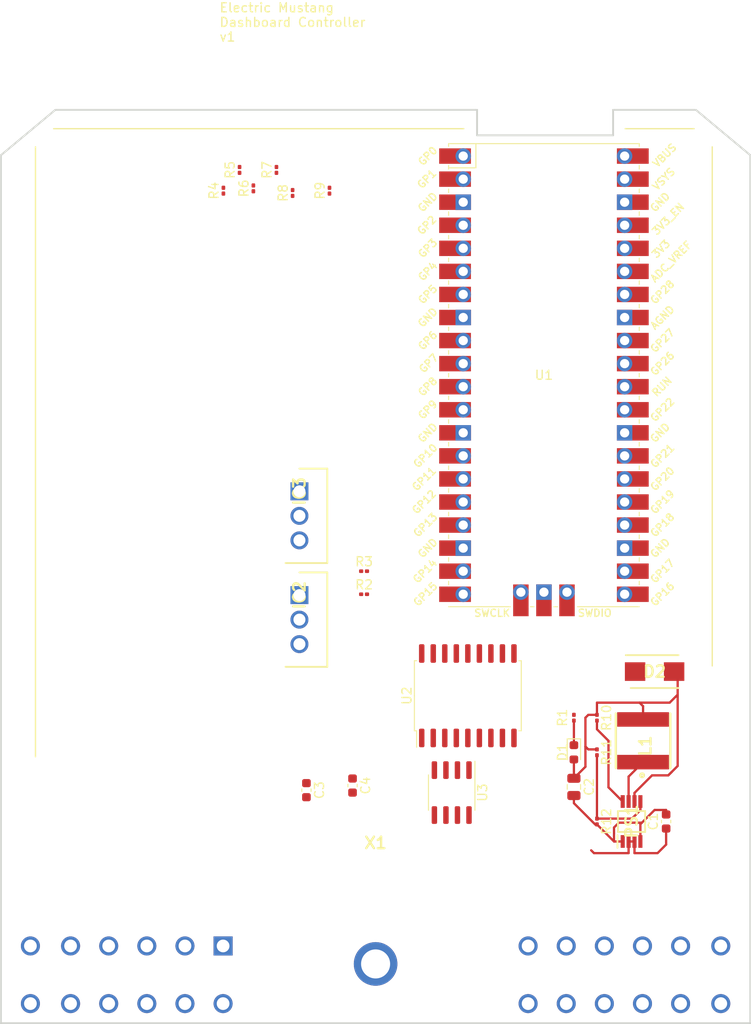
<source format=kicad_pcb>
(kicad_pcb (version 20211014) (generator pcbnew)
  (layers (0 "F.Cu" signal) (31 "B.Cu" signal) (34 "B.Paste" user) (35 "F.Paste" user) (36 "B.SilkS" user "B.Silkscreen") (37 "F.SilkS" user "F.Silkscreen") (38 "B.Mask" user) (39 "F.Mask" user) (44 "Edge.Cuts" user))
  (net 0 "")
  (net 1 "5V")
  (net 2 "GND")
  (net 3 "Net-(D1-Pad1)")
  (net 4 "Net-(D2-Pad1)")
  (net 9 "PWM9")
  (net 10 "PWM8")
  (net 11 "PWM7")
  (net 12 "PWM6")
  (net 14 "PWM3")
  (net 15 "PWM2")
  (net 16 "PWM5")
  (net 17 "PWM4")
  (net 18 "12V")
  (net 21 "Net-(IC2-Pad1)")
  (net 22 "FUEL_GAUGE")
  (net 23 "Net-(IC3-Pad1)")
  (net 24 "TEMP_GAUGE")
  (net 25 "STATUS_A_R")
  (net 26 "STATUS_A_G")
  (net 27 "STATUS_A_B")
  (net 28 "STATUS_B_R")
  (net 29 "STATUS_B_G")
  (net 30 "STATUS_B_B")
  (net 32 "Net-(PS1-Pad5)")
  (net 33 "Net-(L1-Pad1)")
  (net 34 "Net-(PS1-Pad8)")
  (net 39 "SPI1_CS")
  (net 40 "SPI1_RX")
  (net 41 "SPI1_TX")
  (net 42 "SPI1_CLK")
  (net 45 "SPI0_CS")
  (net 46 "SPI0_RX")
  (net 47 "SPI0_TX")
  (net 48 "SPI0_CLK")
  (net 51 "CAN_L")
  (net 52 "CAN_H")
  (net 53 "8MHz")
  (net 54 "3V")
  (net 64 "CAN_RX")
  (net 65 "CAN_TX")
  (footprint "Package_TO_SOT_THT:TO270P460X1020X2008-3P" (layer "F.Cu") (at 135.628 100.424 -90)
    (fp_text reference "IC2" (at 0 0 90) (layer "F.SilkS") (effects (font (size 1.27 1.27) (thickness 0.254))))
    (fp_text value "TIP102" hide)
    (fp_line (start -2.5 -3.07) (end -2.5 0) (layer "F.SilkS") (width 0.2))
    (fp_line (start 7.9 -3.07) (end -2.5 -3.07) (layer "F.SilkS") (width 0.2))
    (fp_line (start 7.9 1.53) (end 7.9 -3.07) (layer "F.SilkS") (width 0.2))
    (pad "1" thru_hole rect locked (at 0 0 270) (size 1.98 1.98) (drill 1.32) (layers *.Cu *.Mask) (net 21 "Net-(IC2-Pad1)"))
    (pad "2" thru_hole circle locked (at 2.7 0 270) (size 1.98 1.98) (drill 1.32) (layers *.Cu *.Mask) (net 22 "FUEL_GAUGE"))
    (pad "3" thru_hole circle locked (at 5.4 0 270) (size 1.98 1.98) (drill 1.32) (layers *.Cu *.Mask) (net 2 "GND"))
  )
  (footprint "Resistor_SMD:R_0201_0603Metric" (layer "F.Cu") (at 142.748 100.33)
    (fp_text reference "R2" (at 0 -1.05) (layer "F.SilkS"))
    (fp_text value "2k2")
    (pad "1" smd roundrect locked (at -0.32 0) (size 0.46 0.4) (layers "F.Cu" "F.Mask") (net 21 "Net-(IC2-Pad1)"))
    (pad "2" smd roundrect locked (at 0.32 0) (size 0.46 0.4) (layers "F.Cu" "F.Mask") (net 15 "PWM2"))
  )
  (footprint "Package_TO_SOT_THT:TO270P460X1020X2008-3P" (layer "F.Cu") (at 135.628 88.994 -90)
    (fp_text reference "IC3" (at 0 0 90) (layer "F.SilkS") (effects (font (size 1.27 1.27) (thickness 0.254))))
    (fp_text value "TIP102" hide)
    (fp_line (start -2.5 -3.07) (end -2.5 0) (layer "F.SilkS") (width 0.2))
    (fp_line (start 7.9 1.53) (end 7.9 -3.07) (layer "F.SilkS") (width 0.2))
    (fp_line (start 7.9 -3.07) (end -2.5 -3.07) (layer "F.SilkS") (width 0.2))
    (pad "1" thru_hole rect locked (at 0 0 270) (size 1.98 1.98) (drill 1.32) (layers *.Cu *.Mask) (net 23 "Net-(IC3-Pad1)"))
    (pad "2" thru_hole circle locked (at 2.7 0 270) (size 1.98 1.98) (drill 1.32) (layers *.Cu *.Mask) (net 24 "TEMP_GAUGE"))
    (pad "3" thru_hole circle locked (at 5.4 0 270) (size 1.98 1.98) (drill 1.32) (layers *.Cu *.Mask) (net 2 "GND"))
  )
  (footprint "Resistor_SMD:R_0201_0603Metric" (layer "F.Cu") (at 142.748 97.79)
    (fp_text reference "R3" (at 0 -1.05) (layer "F.SilkS"))
    (fp_text value "2k2")
    (pad "1" smd roundrect locked (at -0.32 0) (size 0.46 0.4) (layers "F.Cu" "F.Mask") (net 23 "Net-(IC3-Pad1)"))
    (pad "2" smd roundrect locked (at 0.32 0) (size 0.46 0.4) (layers "F.Cu" "F.Mask") (net 14 "PWM3"))
  )
  (footprint "Resistor_SMD:R_0201_0603Metric" (layer "F.Cu") (at 127.254 55.88 90)
    (fp_text reference "R4" (at 0 -1.05 90) (layer "F.SilkS"))
    (fp_text value "220")
    (pad "1" smd roundrect locked (at -0.32 0 90) (size 0.46 0.4) (layers "F.Cu" "F.Mask") (net 25 "STATUS_A_R"))
    (pad "2" smd roundrect locked (at 0.32 0 90) (size 0.46 0.4) (layers "F.Cu" "F.Mask") (net 17 "PWM4"))
  )
  (footprint "Resistor_SMD:R_0201_0603Metric" (layer "F.Cu") (at 129.032 53.594 90)
    (fp_text reference "R5" (at 0 -1.05 90) (layer "F.SilkS"))
    (fp_text value "220")
    (pad "1" smd roundrect locked (at -0.32 0 90) (size 0.46 0.4) (layers "F.Cu" "F.Mask") (net 26 "STATUS_A_G"))
    (pad "2" smd roundrect locked (at 0.32 0 90) (size 0.46 0.4) (layers "F.Cu" "F.Mask") (net 16 "PWM5"))
  )
  (footprint "Resistor_SMD:R_0201_0603Metric" (layer "F.Cu") (at 130.556 55.626 90)
    (fp_text reference "R6" (at 0 -1.05 90) (layer "F.SilkS"))
    (fp_text value "220")
    (pad "1" smd roundrect locked (at -0.32 0 90) (size 0.46 0.4) (layers "F.Cu" "F.Mask") (net 27 "STATUS_A_B"))
    (pad "2" smd roundrect locked (at 0.32 0 90) (size 0.46 0.4) (layers "F.Cu" "F.Mask") (net 12 "PWM6"))
  )
  (footprint "Resistor_SMD:R_0201_0603Metric" (layer "F.Cu") (at 133.096 53.594 90)
    (fp_text reference "R7" (at 0 -1.05 90) (layer "F.SilkS"))
    (fp_text value "220")
    (pad "1" smd roundrect locked (at -0.32 0 90) (size 0.46 0.4) (layers "F.Cu" "F.Mask") (net 28 "STATUS_B_R"))
    (pad "2" smd roundrect locked (at 0.32 0 90) (size 0.46 0.4) (layers "F.Cu" "F.Mask") (net 11 "PWM7"))
  )
  (footprint "Resistor_SMD:R_0201_0603Metric" (layer "F.Cu") (at 134.874 56.134 90)
    (fp_text reference "R8" (at 0 -1.05 90) (layer "F.SilkS"))
    (fp_text value "220")
    (pad "1" smd roundrect locked (at -0.32 0 90) (size 0.46 0.4) (layers "F.Cu" "F.Mask") (net 29 "STATUS_B_G"))
    (pad "2" smd roundrect locked (at 0.32 0 90) (size 0.46 0.4) (layers "F.Cu" "F.Mask") (net 10 "PWM8"))
  )
  (footprint "Resistor_SMD:R_0201_0603Metric" (layer "F.Cu") (at 138.938 55.88 90)
    (fp_text reference "R9" (at 0 -1.05 90) (layer "F.SilkS"))
    (fp_text value "220")
    (pad "1" smd roundrect locked (at -0.32 0 90) (size 0.46 0.4) (layers "F.Cu" "F.Mask") (net 30 "STATUS_B_B"))
    (pad "2" smd roundrect locked (at 0.32 0 90) (size 0.46 0.4) (layers "F.Cu" "F.Mask") (net 9 "PWM9"))
  )
  (footprint "Diode_SMD:DIOM5336X244N" (layer "F.Cu") (at 174.752 108.848499)
    (fp_text reference "D2" (at 0 0) (layer "F.SilkS") (effects (font (size 1.27 1.27) (thickness 0.254))))
    (fp_text value "SS54B" hide)
    (fp_line (start -2.635 1.81) (end 2.635 1.81) (layer "F.SilkS") (width 0.2))
    (fp_line (start 2.635 -1.81) (end -3.175 -1.81) (layer "F.SilkS") (width 0.2))
    (pad "1" smd rect locked (at -2.15 0 90) (size 2.05 2.25) (layers "F.Cu" "F.Paste" "F.Mask") (net 4 "Net-(D2-Pad1)"))
    (pad "2" smd rect locked (at 2.15 0 90) (size 2.05 2.25) (layers "F.Cu" "F.Paste" "F.Mask") (net 1 "5V"))
  )
  (footprint "Module:SOP65P490X110-8N" (layer "F.Cu") (at 172.212 125.358499 90)
    (fp_text reference "PS1" (at 0 0 90) (layer "F.SilkS") (effects (font (size 1.27 1.27) (thickness 0.254))))
    (fp_text value "TPS62160DGKT" hide)
    (fp_line (start -1.15 -1.5) (end 1.15 -1.5) (layer "F.SilkS") (width 0.2))
    (fp_line (start -1.15 1.5) (end -1.15 -1.5) (layer "F.SilkS") (width 0.2))
    (fp_line (start 1.15 -1.5) (end 1.15 1.5) (layer "F.SilkS") (width 0.2))
    (fp_line (start -2.9 -1.55) (end -1.5 -1.55) (layer "F.SilkS") (width 0.2))
    (fp_line (start 1.15 1.5) (end -1.15 1.5) (layer "F.SilkS") (width 0.2))
    (pad "1" smd rect locked (at -2.2 -0.975 180) (size 0.45 1.4) (layers "F.Cu" "F.Paste" "F.Mask") (net 2 "GND"))
    (pad "2" smd rect locked (at -2.2 -0.325 180) (size 0.45 1.4) (layers "F.Cu" "F.Paste" "F.Mask") (net 18 "12V"))
    (pad "3" smd rect locked (at -2.2 0.325 180) (size 0.45 1.4) (layers "F.Cu" "F.Paste" "F.Mask") (net 18 "12V"))
    (pad "4" smd rect locked (at -2.2 0.975 180) (size 0.45 1.4) (layers "F.Cu" "F.Paste" "F.Mask") (net 2 "GND"))
    (pad "5" smd rect locked (at 2.2 0.975 180) (size 0.45 1.4) (layers "F.Cu" "F.Paste" "F.Mask") (net 32 "Net-(PS1-Pad5)"))
    (pad "6" smd rect locked (at 2.2 0.325 180) (size 0.45 1.4) (layers "F.Cu" "F.Paste" "F.Mask") (net 1 "5V"))
    (pad "7" smd rect locked (at 2.2 -0.325 180) (size 0.45 1.4) (layers "F.Cu" "F.Paste" "F.Mask") (net 33 "Net-(L1-Pad1)"))
    (pad "8" smd rect locked (at 2.2 -0.975 180) (size 0.45 1.4) (layers "F.Cu" "F.Paste" "F.Mask") (net 34 "Net-(PS1-Pad8)"))
  )
  (footprint "LED_SMD:LED_0603_1608Metric" (layer "F.Cu") (at 165.862 117.738499 -90)
    (fp_text reference "D1" (at 0 1.27 90) (layer "F.SilkS"))
    (fp_text value "LED")
    (fp_line (start -1.485 -0.735) (end -1.485 0.735) (layer "F.SilkS") (width 0.12))
    (fp_line (start 0.8 -0.735) (end -1.485 -0.735) (layer "F.SilkS") (width 0.12))
    (fp_line (start -1.485 0.735) (end 0.8 0.735) (layer "F.SilkS") (width 0.12))
    (pad "1" smd roundrect locked (at -0.7875 0 270) (size 0.875 0.95) (layers "F.Cu" "F.Paste" "F.Mask") (net 3 "Net-(D1-Pad1)"))
    (pad "2" smd roundrect locked (at 0.7875 0 270) (size 0.875 0.95) (layers "F.Cu" "F.Paste" "F.Mask") (net 1 "5V"))
  )
  (footprint "Inductor_SMD:NR6028T220M" (layer "F.Cu") (at 173.482 116.468499 90)
    (fp_text reference "L1" (at -0.56895 0.24663 90) (layer "F.SilkS") (effects (font (size 1.27 1.27) (thickness 0.254))))
    (fp_text value "2.2uH" hide)
    (fp_line (start -3 3) (end 3 3) (layer "F.SilkS") (width 0.254))
    (fp_line (start -3 -3) (end 3 -3) (layer "F.SilkS") (width 0.254))
    (fp_circle (center -3.800335 -0.10633) (end -3.800335 -0.035665) (layer "F.SilkS") (width 0.254) (fill none))
    (pad "1" smd rect locked (at -2.35 0 90) (size 1.6 5.7) (layers "F.Cu" "F.Paste" "F.Mask") (net 33 "Net-(L1-Pad1)"))
    (pad "2" smd rect locked (at 2.35 0 90) (size 1.6 5.7) (layers "F.Cu" "F.Paste" "F.Mask") (net 1 "5V"))
  )
  (footprint "Resistor_SMD:R_0201_0603Metric" (layer "F.Cu") (at 165.862 113.928499 90)
    (fp_text reference "R1" (at 0 -1.27 90) (layer "F.SilkS"))
    (fp_text value "1k")
    (pad "1" smd roundrect locked (at -0.32 0 90) (size 0.46 0.4) (layers "F.Cu" "F.Mask") (net 3 "Net-(D1-Pad1)"))
    (pad "2" smd roundrect locked (at 0.32 0 90) (size 0.46 0.4) (layers "F.Cu" "F.Mask") (net 2 "GND"))
  )
  (footprint "Module:RPi_Pico_SMD_TH" (layer "F.Cu") (at 162.56 76.2)
    (fp_text reference "U1" (at 0 0) (layer "F.SilkS"))
    (fp_text value "Pico")
    (fp_text user "3V3_EN" (at 13.7 -17.2 45) (layer "F.SilkS") (effects (font (size 0.8 0.8))))
    (fp_text user "GP1" (at -12.9 -21.6 45) (layer "F.SilkS") (effects (font (size 0.8 0.8))))
    (fp_text user "GP6" (at -12.8 -3.81 45) (layer "F.SilkS") (effects (font (size 0.8 0.8))))
    (fp_text user "GP2" (at -12.9 -16.51 45) (layer "F.SilkS") (effects (font (size 0.8 0.8))))
    (fp_text user "GP7" (at -12.7 -1.3 45) (layer "F.SilkS") (effects (font (size 0.8 0.8))))
    (fp_text user "GP27" (at 13.054 -3.8 45) (layer "F.SilkS") (effects (font (size 0.8 0.8))))
    (fp_text user "GP18" (at 13.054 16.51 45) (layer "F.SilkS") (effects (font (size 0.8 0.8))))
    (fp_text user "GP10" (at -13.054 8.89 45) (layer "F.SilkS") (effects (font (size 0.8 0.8))))
    (fp_text user "AGND" (at 13.054 -6.35 45) (layer "F.SilkS") (effects (font (size 0.8 0.8))))
    (fp_text user "GP28" (at 13.054 -9.144 45) (layer "F.SilkS") (effects (font (size 0.8 0.8))))
    (fp_text user "GND" (at 12.8 -19.05 45) (layer "F.SilkS") (effects (font (size 0.8 0.8))))
    (fp_text user "GND" (at -12.8 -6.35 45) (layer "F.SilkS") (effects (font (size 0.8 0.8))))
    (fp_text user "GP4" (at -12.8 -11.43 45) (layer "F.SilkS") (effects (font (size 0.8 0.8))))
    (fp_text user "GP12" (at -13.2 13.97 45) (layer "F.SilkS") (effects (font (size 0.8 0.8))))
    (fp_text user "GP16" (at 13.054 24.13 45) (layer "F.SilkS") (effects (font (size 0.8 0.8))))
    (fp_text user "GP20" (at 13.054 11.43 45) (layer "F.SilkS") (effects (font (size 0.8 0.8))))
    (fp_text user "RUN" (at 13 1.27 45) (layer "F.SilkS") (effects (font (size 0.8 0.8))))
    (fp_text user "VSYS" (at 13.2 -21.59 45) (layer "F.SilkS") (effects (font (size 0.8 0.8))))
    (fp_text user "GND" (at -12.8 19.05 45) (layer "F.SilkS") (effects (font (size 0.8 0.8))))
    (fp_text user "GP21" (at 13.054 8.9 45) (layer "F.SilkS") (effects (font (size 0.8 0.8))))
    (fp_text user "VBUS" (at 13.3 -24.2 45) (layer "F.SilkS") (effects (font (size 0.8 0.8))))
    (fp_text user "GP22" (at 13.054 3.81 45) (layer "F.SilkS") (effects (font (size 0.8 0.8))))
    (fp_text user "GP17" (at 13.054 21.59 45) (layer "F.SilkS") (effects (font (size 0.8 0.8))))
    (fp_text user "ADC_VREF" (at 14 -12.5 45) (layer "F.SilkS") (effects (font (size 0.8 0.8))))
    (fp_text user "3V3" (at 12.9 -13.9 45) (layer "F.SilkS") (effects (font (size 0.8 0.8))))
    (fp_text user "SWCLK" (at -5.7 26.2) (layer "F.SilkS") (effects (font (size 0.8 0.8))))
    (fp_text user "GP15" (at -13.054 24.13 45) (layer "F.SilkS") (effects (font (size 0.8 0.8))))
    (fp_text user "GP14" (at -13.1 21.59 45) (layer "F.SilkS") (effects (font (size 0.8 0.8))))
    (fp_text user "GND" (at 12.8 19.05 45) (layer "F.SilkS") (effects (font (size 0.8 0.8))))
    (fp_text user "GP9" (at -12.8 3.81 45) (layer "F.SilkS") (effects (font (size 0.8 0.8))))
    (fp_text user "GP8" (at -12.8 1.27 45) (layer "F.SilkS") (effects (font (size 0.8 0.8))))
    (fp_text user "SWDIO" (at 5.6 26.2) (layer "F.SilkS") (effects (font (size 0.8 0.8))))
    (fp_text user "GP5" (at -12.8 -8.89 45) (layer "F.SilkS") (effects (font (size 0.8 0.8))))
    (fp_text user "GND" (at -12.8 -19.05 45) (layer "F.SilkS") (effects (font (size 0.8 0.8))))
    (fp_text user "GP13" (at -13.054 16.51 45) (layer "F.SilkS") (effects (font (size 0.8 0.8))))
    (fp_text user "GP0" (at -12.8 -24.13 45) (layer "F.SilkS") (effects (font (size 0.8 0.8))))
    (fp_text user "GP19" (at 13.054 13.97 45) (layer "F.SilkS") (effects (font (size 0.8 0.8))))
    (fp_text user "GP11" (at -13.2 11.43 45) (layer "F.SilkS") (effects (font (size 0.8 0.8))))
    (fp_text user "GP26" (at 13.054 -1.27 45) (layer "F.SilkS") (effects (font (size 0.8 0.8))))
    (fp_text user "GND" (at 12.8 6.35 45) (layer "F.SilkS") (effects (font (size 0.8 0.8))))
    (fp_text user "GP3" (at -12.8 -13.97 45) (layer "F.SilkS") (effects (font (size 0.8 0.8))))
    (fp_text user "GND" (at -12.8 6.35 45) (layer "F.SilkS") (effects (font (size 0.8 0.8))))
    (fp_line (start 10.5 -23.1) (end 10.5 -22.7) (layer "F.SilkS") (width 0.12))
    (fp_line (start -10.5 10) (end -10.5 10.4) (layer "F.SilkS") (width 0.12))
    (fp_line (start -1.5 25.5) (end -1.1 25.5) (layer "F.SilkS") (width 0.12))
    (fp_line (start 1.1 25.5) (end 1.5 25.5) (layer "F.SilkS") (width 0.12))
    (fp_line (start 10.5 2.3) (end 10.5 2.7) (layer "F.SilkS") (width 0.12))
    (fp_line (start -10.5 -12.9) (end -10.5 -12.5) (layer "F.SilkS") (width 0.12))
    (fp_line (start 10.5 -12.9) (end 10.5 -12.5) (layer "F.SilkS") (width 0.12))
    (fp_line (start 10.5 -0.2) (end 10.5 0.2) (layer "F.SilkS") (width 0.12))
    (fp_line (start -7.493 -22.833) (end -7.493 -25.5) (layer "F.SilkS") (width 0.12))
    (fp_line (start -10.5 17.6) (end -10.5 18) (layer "F.SilkS") (width 0.12))
    (fp_line (start -10.5 20.1) (end -10.5 20.5) (layer "F.SilkS") (width 0.12))
    (fp_line (start -10.5 2.3) (end -10.5 2.7) (layer "F.SilkS") (width 0.12))
    (fp_line (start 10.5 -7.8) (end 10.5 -7.4) (layer "F.SilkS") (width 0.12))
    (fp_line (start -3.7 25.5) (end -10.5 25.5) (layer "F.SilkS") (width 0.12))
    (fp_line (start -10.5 15.1) (end -10.5 15.5) (layer "F.SilkS") (width 0.12))
    (fp_line (start -10.5 -23.1) (end -10.5 -22.7) (layer "F.SilkS") (width 0.12))
    (fp_line (start -10.5 7.4) (end -10.5 7.8) (layer "F.SilkS") (width 0.12))
    (fp_line (start -10.5 -25.5) (end -10.5 -25.2) (layer "F.SilkS") (width 0.12))
    (fp_line (start 10.5 20.1) (end 10.5 20.5) (layer "F.SilkS") (width 0.12))
    (fp_line (start -10.5 22.7) (end -10.5 23.1) (layer "F.SilkS") (width 0.12))
    (fp_line (start -10.5 -2.7) (end -10.5 -2.3) (layer "F.SilkS") (width 0.12))
    (fp_line (start 10.5 -25.5) (end 10.5 -25.2) (layer "F.SilkS") (width 0.12))
    (fp_line (start 10.5 -5.3) (end 10.5 -4.9) (layer "F.SilkS") (width 0.12))
    (fp_line (start -10.5 -5.3) (end -10.5 -4.9) (layer "F.SilkS") (width 0.12))
    (fp_line (start 10.5 22.7) (end 10.5 23.1) (layer "F.SilkS") (width 0.12))
    (fp_line (start 10.5 -20.5) (end 10.5 -20.1) (layer "F.SilkS") (width 0.12))
    (fp_line (start 10.5 10) (end 10.5 10.4) (layer "F.SilkS") (width 0.12))
    (fp_line (start 10.5 25.5) (end 3.7 25.5) (layer "F.SilkS") (width 0.12))
    (fp_line (start -10.5 -22.833) (end -7.493 -22.833) (layer "F.SilkS") (width 0.12))
    (fp_line (start -10.5 12.5) (end -10.5 12.9) (layer "F.SilkS") (width 0.12))
    (fp_line (start -10.5 -15.4) (end -10.5 -15) (layer "F.SilkS") (width 0.12))
    (fp_line (start 10.5 17.6) (end 10.5 18) (layer "F.SilkS") (width 0.12))
    (fp_line (start 10.5 4.9) (end 10.5 5.3) (layer "F.SilkS") (width 0.12))
    (fp_line (start 10.5 12.5) (end 10.5 12.9) (layer "F.SilkS") (width 0.12))
    (fp_line (start -10.5 4.9) (end -10.5 5.3) (layer "F.SilkS") (width 0.12))
    (fp_line (start 10.5 15.1) (end 10.5 15.5) (layer "F.SilkS") (width 0.12))
    (fp_line (start -10.5 -25.5) (end 10.5 -25.5) (layer "F.SilkS") (width 0.12))
    (fp_line (start -10.5 -7.8) (end -10.5 -7.4) (layer "F.SilkS") (width 0.12))
    (fp_line (start -10.5 -0.2) (end -10.5 0.2) (layer "F.SilkS") (width 0.12))
    (fp_line (start -10.5 -20.5) (end -10.5 -20.1) (layer "F.SilkS") (width 0.12))
    (fp_line (start -10.5 -10.4) (end -10.5 -10) (layer "F.SilkS") (width 0.12))
    (fp_line (start 10.5 -2.7) (end 10.5 -2.3) (layer "F.SilkS") (width 0.12))
    (fp_line (start 10.5 -18) (end 10.5 -17.6) (layer "F.SilkS") (width 0.12))
    (fp_line (start 10.5 -10.4) (end 10.5 -10) (layer "F.SilkS") (width 0.12))
    (fp_line (start 10.5 7.4) (end 10.5 7.8) (layer "F.SilkS") (width 0.12))
    (fp_line (start -10.5 -18) (end -10.5 -17.6) (layer "F.SilkS") (width 0.12))
    (fp_line (start 10.5 -15.4) (end 10.5 -15) (layer "F.SilkS") (width 0.12))
    (pad "" np_thru_hole oval locked (at 2.425 -20.97) (size 1.5 1.5) (drill 1.5) (layers *.Cu *.Mask))
    (pad "" np_thru_hole oval locked (at -2.725 -24) (size 1.8 1.8) (drill 1.8) (layers *.Cu *.Mask))
    (pad "" np_thru_hole oval locked (at 2.725 -24) (size 1.8 1.8) (drill 1.8) (layers *.Cu *.Mask))
    (pad "" np_thru_hole oval locked (at -2.425 -20.97) (size 1.5 1.5) (drill 1.5) (layers *.Cu *.Mask))
    (pad "1" thru_hole oval locked (at -8.89 -24.13) (size 1.7 1.7) (drill 1.02) (layers *.Cu *.Mask))
    (pad "1" smd rect locked (at -8.89 -24.13) (size 3.5 1.7) (drill (offset -0.9 0)) (layers "F.Cu" "F.Mask"))
    (pad "2" smd rect locked (at -8.89 -21.59) (size 3.5 1.7) (drill (offset -0.9 0)) (layers "F.Cu" "F.Mask"))
    (pad "2" thru_hole oval locked (at -8.89 -21.59) (size 1.7 1.7) (drill 1.02) (layers *.Cu *.Mask))
    (pad "3" thru_hole rect locked (at -8.89 -19.05) (size 1.7 1.7) (drill 1.02) (layers *.Cu *.Mask) (net 2 "GND"))
    (pad "3" smd rect locked (at -8.89 -19.05) (size 3.5 1.7) (drill (offset -0.9 0)) (layers "F.Cu" "F.Mask") (net 2 "GND"))
    (pad "4" thru_hole oval locked (at -8.89 -16.51) (size 1.7 1.7) (drill 1.02) (layers *.Cu *.Mask) (net 48 "SPI0_CLK"))
    (pad "4" smd rect locked (at -8.89 -16.51) (size 3.5 1.7) (drill (offset -0.9 0)) (layers "F.Cu" "F.Mask") (net 48 "SPI0_CLK"))
    (pad "5" smd rect locked (at -8.89 -13.97) (size 3.5 1.7) (drill (offset -0.9 0)) (layers "F.Cu" "F.Mask") (net 47 "SPI0_TX"))
    (pad "5" thru_hole oval locked (at -8.89 -13.97) (size 1.7 1.7) (drill 1.02) (layers *.Cu *.Mask) (net 47 "SPI0_TX"))
    (pad "6" smd rect locked (at -8.89 -11.43) (size 3.5 1.7) (drill (offset -0.9 0)) (layers "F.Cu" "F.Mask") (net 46 "SPI0_RX"))
    (pad "6" thru_hole oval locked (at -8.89 -11.43) (size 1.7 1.7) (drill 1.02) (layers *.Cu *.Mask) (net 46 "SPI0_RX"))
    (pad "7" smd rect locked (at -8.89 -8.89) (size 3.5 1.7) (drill (offset -0.9 0)) (layers "F.Cu" "F.Mask") (net 45 "SPI0_CS"))
    (pad "7" thru_hole oval locked (at -8.89 -8.89) (size 1.7 1.7) (drill 1.02) (layers *.Cu *.Mask) (net 45 "SPI0_CS"))
    (pad "8" smd rect locked (at -8.89 -6.35) (size 3.5 1.7) (drill (offset -0.9 0)) (layers "F.Cu" "F.Mask") (net 2 "GND"))
    (pad "8" thru_hole rect locked (at -8.89 -6.35) (size 1.7 1.7) (drill 1.02) (layers *.Cu *.Mask) (net 2 "GND"))
    (pad "9" thru_hole oval locked (at -8.89 -3.81) (size 1.7 1.7) (drill 1.02) (layers *.Cu *.Mask) (net 53 "8MHz"))
    (pad "9" smd rect locked (at -8.89 -3.81) (size 3.5 1.7) (drill (offset -0.9 0)) (layers "F.Cu" "F.Mask") (net 53 "8MHz"))
    (pad "10" thru_hole oval locked (at -8.89 -1.27) (size 1.7 1.7) (drill 1.02) (layers *.Cu *.Mask))
    (pad "10" smd rect locked (at -8.89 -1.27) (size 3.5 1.7) (drill (offset -0.9 0)) (layers "F.Cu" "F.Mask"))
    (pad "11" smd rect locked (at -8.89 1.27) (size 3.5 1.7) (drill (offset -0.9 0)) (layers "F.Cu" "F.Mask"))
    (pad "11" thru_hole oval locked (at -8.89 1.27) (size 1.7 1.7) (drill 1.02) (layers *.Cu *.Mask))
    (pad "12" thru_hole oval locked (at -8.89 3.81) (size 1.7 1.7) (drill 1.02) (layers *.Cu *.Mask))
    (pad "12" smd rect locked (at -8.89 3.81) (size 3.5 1.7) (drill (offset -0.9 0)) (layers "F.Cu" "F.Mask"))
    (pad "13" smd rect locked (at -8.89 6.35) (size 3.5 1.7) (drill (offset -0.9 0)) (layers "F.Cu" "F.Mask") (net 2 "GND"))
    (pad "13" thru_hole rect locked (at -8.89 6.35) (size 1.7 1.7) (drill 1.02) (layers *.Cu *.Mask) (net 2 "GND"))
    (pad "14" thru_hole oval locked (at -8.89 8.89) (size 1.7 1.7) (drill 1.02) (layers *.Cu *.Mask) (net 42 "SPI1_CLK"))
    (pad "14" smd rect locked (at -8.89 8.89) (size 3.5 1.7) (drill (offset -0.9 0)) (layers "F.Cu" "F.Mask") (net 42 "SPI1_CLK"))
    (pad "15" thru_hole oval locked (at -8.89 11.43) (size 1.7 1.7) (drill 1.02) (layers *.Cu *.Mask) (net 41 "SPI1_TX"))
    (pad "15" smd rect locked (at -8.89 11.43) (size 3.5 1.7) (drill (offset -0.9 0)) (layers "F.Cu" "F.Mask") (net 41 "SPI1_TX"))
    (pad "16" smd rect locked (at -8.89 13.97) (size 3.5 1.7) (drill (offset -0.9 0)) (layers "F.Cu" "F.Mask") (net 40 "SPI1_RX"))
    (pad "16" thru_hole oval locked (at -8.89 13.97) (size 1.7 1.7) (drill 1.02) (layers *.Cu *.Mask) (net 40 "SPI1_RX"))
    (pad "17" thru_hole oval locked (at -8.89 16.51) (size 1.7 1.7) (drill 1.02) (layers *.Cu *.Mask) (net 39 "SPI1_CS"))
    (pad "17" smd rect locked (at -8.89 16.51) (size 3.5 1.7) (drill (offset -0.9 0)) (layers "F.Cu" "F.Mask") (net 39 "SPI1_CS"))
    (pad "18" thru_hole rect locked (at -8.89 19.05) (size 1.7 1.7) (drill 1.02) (layers *.Cu *.Mask) (net 2 "GND"))
    (pad "18" smd rect locked (at -8.89 19.05) (size 3.5 1.7) (drill (offset -0.9 0)) (layers "F.Cu" "F.Mask") (net 2 "GND"))
    (pad "19" smd rect locked (at -8.89 21.59) (size 3.5 1.7) (drill (offset -0.9 0)) (layers "F.Cu" "F.Mask") (net 14 "PWM3"))
    (pad "19" thru_hole oval locked (at -8.89 21.59) (size 1.7 1.7) (drill 1.02) (layers *.Cu *.Mask) (net 14 "PWM3"))
    (pad "20" smd rect locked (at -8.89 24.13) (size 3.5 1.7) (drill (offset -0.9 0)) (layers "F.Cu" "F.Mask") (net 15 "PWM2"))
    (pad "20" thru_hole oval locked (at -8.89 24.13) (size 1.7 1.7) (drill 1.02) (layers *.Cu *.Mask) (net 15 "PWM2"))
    (pad "21" smd rect locked (at 8.89 24.13) (size 3.5 1.7) (drill (offset 0.9 0)) (layers "F.Cu" "F.Mask") (net 17 "PWM4"))
    (pad "21" thru_hole oval locked (at 8.89 24.13) (size 1.7 1.7) (drill 1.02) (layers *.Cu *.Mask) (net 17 "PWM4"))
    (pad "22" smd rect locked (at 8.89 21.59) (size 3.5 1.7) (drill (offset 0.9 0)) (layers "F.Cu" "F.Mask") (net 16 "PWM5"))
    (pad "22" thru_hole oval locked (at 8.89 21.59) (size 1.7 1.7) (drill 1.02) (layers *.Cu *.Mask) (net 16 "PWM5"))
    (pad "23" thru_hole rect locked (at 8.89 19.05) (size 1.7 1.7) (drill 1.02) (layers *.Cu *.Mask) (net 2 "GND"))
    (pad "23" smd rect locked (at 8.89 19.05) (size 3.5 1.7) (drill (offset 0.9 0)) (layers "F.Cu" "F.Mask") (net 2 "GND"))
    (pad "24" thru_hole oval locked (at 8.89 16.51) (size 1.7 1.7) (drill 1.02) (layers *.Cu *.Mask) (net 12 "PWM6"))
    (pad "24" smd rect locked (at 8.89 16.51) (size 3.5 1.7) (drill (offset 0.9 0)) (layers "F.Cu" "F.Mask") (net 12 "PWM6"))
    (pad "25" smd rect locked (at 8.89 13.97) (size 3.5 1.7) (drill (offset 0.9 0)) (layers "F.Cu" "F.Mask") (net 11 "PWM7"))
    (pad "25" thru_hole oval locked (at 8.89 13.97) (size 1.7 1.7) (drill 1.02) (layers *.Cu *.Mask) (net 11 "PWM7"))
    (pad "26" smd rect locked (at 8.89 11.43) (size 3.5 1.7) (drill (offset 0.9 0)) (layers "F.Cu" "F.Mask") (net 10 "PWM8"))
    (pad "26" thru_hole oval locked (at 8.89 11.43) (size 1.7 1.7) (drill 1.02) (layers *.Cu *.Mask) (net 10 "PWM8"))
    (pad "27" smd rect locked (at 8.89 8.89) (size 3.5 1.7) (drill (offset 0.9 0)) (layers "F.Cu" "F.Mask") (net 9 "PWM9"))
    (pad "27" thru_hole oval locked (at 8.89 8.89) (size 1.7 1.7) (drill 1.02) (layers *.Cu *.Mask) (net 9 "PWM9"))
    (pad "28" smd rect locked (at 8.89 6.35) (size 3.5 1.7) (drill (offset 0.9 0)) (layers "F.Cu" "F.Mask") (net 2 "GND"))
    (pad "28" thru_hole rect locked (at 8.89 6.35) (size 1.7 1.7) (drill 1.02) (layers *.Cu *.Mask) (net 2 "GND"))
    (pad "29" smd rect locked (at 8.89 3.81) (size 3.5 1.7) (drill (offset 0.9 0)) (layers "F.Cu" "F.Mask"))
    (pad "29" thru_hole oval locked (at 8.89 3.81) (size 1.7 1.7) (drill 1.02) (layers *.Cu *.Mask))
    (pad "30" thru_hole oval locked (at 8.89 1.27) (size 1.7 1.7) (drill 1.02) (layers *.Cu *.Mask))
    (pad "30" smd rect locked (at 8.89 1.27) (size 3.5 1.7) (drill (offset 0.9 0)) (layers "F.Cu" "F.Mask"))
    (pad "31" smd rect locked (at 8.89 -1.27) (size 3.5 1.7) (drill (offset 0.9 0)) (layers "F.Cu" "F.Mask"))
    (pad "31" thru_hole oval locked (at 8.89 -1.27) (size 1.7 1.7) (drill 1.02) (layers *.Cu *.Mask))
    (pad "32" smd rect locked (at 8.89 -3.81) (size 3.5 1.7) (drill (offset 0.9 0)) (layers "F.Cu" "F.Mask"))
    (pad "32" thru_hole oval locked (at 8.89 -3.81) (size 1.7 1.7) (drill 1.02) (layers *.Cu *.Mask))
    (pad "33" smd rect locked (at 8.89 -6.35) (size 3.5 1.7) (drill (offset 0.9 0)) (layers "F.Cu" "F.Mask") (net 2 "GND"))
    (pad "33" thru_hole rect locked (at 8.89 -6.35) (size 1.7 1.7) (drill 1.02) (layers *.Cu *.Mask) (net 2 "GND"))
    (pad "34" smd rect locked (at 8.89 -8.89) (size 3.5 1.7) (drill (offset 0.9 0)) (layers "F.Cu" "F.Mask"))
    (pad "34" thru_hole oval locked (at 8.89 -8.89) (size 1.7 1.7) (drill 1.02) (layers *.Cu *.Mask))
    (pad "35" smd rect locked (at 8.89 -11.43) (size 3.5 1.7) (drill (offset 0.9 0)) (layers "F.Cu" "F.Mask"))
    (pad "35" thru_hole oval locked (at 8.89 -11.43) (size 1.7 1.7) (drill 1.02) (layers *.Cu *.Mask))
    (pad "36" thru_hole oval locked (at 8.89 -13.97) (size 1.7 1.7) (drill 1.02) (layers *.Cu *.Mask) (net 54 "3V"))
    (pad "36" smd rect locked (at 8.89 -13.97) (size 3.5 1.7) (drill (offset 0.9 0)) (layers "F.Cu" "F.Mask") (net 54 "3V"))
    (pad "37" thru_hole oval locked (at 8.89 -16.51) (size 1.7 1.7) (drill 1.02) (layers *.Cu *.Mask))
    (pad "37" smd rect locked (at 8.89 -16.51) (size 3.5 1.7) (drill (offset 0.9 0)) (layers "F.Cu" "F.Mask"))
    (pad "38" smd rect locked (at 8.89 -19.05) (size 3.5 1.7) (drill (offset 0.9 0)) (layers "F.Cu" "F.Mask") (net 2 "GND"))
    (pad "38" thru_hole rect locked (at 8.89 -19.05) (size 1.7 1.7) (drill 1.02) (layers *.Cu *.Mask) (net 2 "GND"))
    (pad "39" thru_hole oval locked (at 8.89 -21.59) (size 1.7 1.7) (drill 1.02) (layers *.Cu *.Mask) (net 4 "Net-(D2-Pad1)"))
    (pad "39" smd rect locked (at 8.89 -21.59) (size 3.5 1.7) (drill (offset 0.9 0)) (layers "F.Cu" "F.Mask") (net 4 "Net-(D2-Pad1)"))
    (pad "40" thru_hole oval locked (at 8.89 -24.13) (size 1.7 1.7) (drill 1.02) (layers *.Cu *.Mask))
    (pad "40" smd rect locked (at 8.89 -24.13) (size 3.5 1.7) (drill (offset 0.9 0)) (layers "F.Cu" "F.Mask"))
    (pad "41" thru_hole oval locked (at -2.54 23.9) (size 1.7 1.7) (drill 1.02) (layers *.Cu *.Mask))
    (pad "41" smd rect locked (at -2.54 23.9 90) (size 3.5 1.7) (drill (offset -0.9 0)) (layers "F.Cu" "F.Mask"))
    (pad "42" smd rect locked (at 0 23.9 90) (size 3.5 1.7) (drill (offset -0.9 0)) (layers "F.Cu" "F.Mask") (net 2 "GND"))
    (pad "42" thru_hole rect locked (at 0 23.9) (size 1.7 1.7) (drill 1.02) (layers *.Cu *.Mask) (net 2 "GND"))
    (pad "43" smd rect locked (at 2.54 23.9 90) (size 3.5 1.7) (drill (offset -0.9 0)) (layers "F.Cu" "F.Mask"))
    (pad "43" thru_hole oval locked (at 2.54 23.9) (size 1.7 1.7) (drill 1.02) (layers *.Cu *.Mask))
  )
  (footprint "Capacitor_SMD:C_0603_1608Metric" (layer "F.Cu") (at 176.022 125.358499 90)
    (fp_text reference "C1" (at 0 -1.43 90) (layer "F.SilkS"))
    (fp_text value "10uF")
    (fp_line (start -0.14058 0.51) (end 0.14058 0.51) (layer "F.SilkS") (width 0.12))
    (fp_line (start -0.14058 -0.51) (end 0.14058 -0.51) (layer "F.SilkS") (width 0.12))
    (pad "1" smd roundrect locked (at -0.775 0 90) (size 0.9 0.95) (layers "F.Cu" "F.Paste" "F.Mask") (net 18 "12V"))
    (pad "2" smd roundrect locked (at 0.775 0 90) (size 0.9 0.95) (layers "F.Cu" "F.Paste" "F.Mask") (net 2 "GND"))
  )
  (footprint "Capacitor_SMD:C_0805_2012Metric" (layer "F.Cu") (at 165.862 121.548499 -90)
    (fp_text reference "C2" (at 0 -1.68 90) (layer "F.SilkS"))
    (fp_text value "22uF")
    (fp_line (start -0.261252 -0.735) (end 0.261252 -0.735) (layer "F.SilkS") (width 0.12))
    (fp_line (start -0.261252 0.735) (end 0.261252 0.735) (layer "F.SilkS") (width 0.12))
    (pad "1" smd roundrect locked (at -0.95 0 270) (size 1 1.45) (layers "F.Cu" "F.Paste" "F.Mask") (net 1 "5V"))
    (pad "2" smd roundrect locked (at 0.95 0 270) (size 1 1.45) (layers "F.Cu" "F.Paste" "F.Mask") (net 2 "GND"))
  )
  (footprint "Resistor_SMD:R_0201_0603Metric" (layer "F.Cu") (at 168.402 113.928499 -90)
    (fp_text reference "R10" (at 0 -1.05 90) (layer "F.SilkS"))
    (fp_text value "100k")
    (pad "1" smd roundrect locked (at -0.32 0 270) (size 0.46 0.4) (layers "F.Cu" "F.Mask") (net 1 "5V"))
    (pad "2" smd roundrect locked (at 0.32 0 270) (size 0.46 0.4) (layers "F.Cu" "F.Mask") (net 34 "Net-(PS1-Pad8)"))
  )
  (footprint "Resistor_SMD:R_0201_0603Metric" (layer "F.Cu") (at 168.402 117.738499 -90)
    (fp_text reference "R11" (at 0 -1.05 90) (layer "F.SilkS"))
    (fp_text value "220k")
    (pad "1" smd roundrect locked (at -0.32 0 270) (size 0.46 0.4) (layers "F.Cu" "F.Mask") (net 1 "5V"))
    (pad "2" smd roundrect locked (at 0.32 0 270) (size 0.46 0.4) (layers "F.Cu" "F.Mask") (net 32 "Net-(PS1-Pad5)"))
  )
  (footprint "Resistor_SMD:R_0201_0603Metric" (layer "F.Cu") (at 168.402 125.358499 -90)
    (fp_text reference "R12" (at 0 -1.05 90) (layer "F.SilkS"))
    (fp_text value "47k")
    (pad "1" smd roundrect locked (at -0.32 0 270) (size 0.46 0.4) (layers "F.Cu" "F.Mask") (net 32 "Net-(PS1-Pad5)"))
    (pad "2" smd roundrect locked (at 0.32 0 270) (size 0.46 0.4) (layers "F.Cu" "F.Mask") (net 2 "GND"))
  )
  (footprint "Package_SO:SOIC-18W_7.5x11.6mm_P1.27mm" (layer "F.Cu") (at 154.178 111.506 90)
    (fp_text reference "U2" (at 0 -6.72 90) (layer "F.SilkS"))
    (fp_text value "MCP2515-xSO")
    (fp_line (start -3.86 -5.64) (end -5.675 -5.64) (layer "F.SilkS") (width 0.12))
    (fp_line (start 0 5.885) (end 3.86 5.885) (layer "F.SilkS") (width 0.12))
    (fp_line (start 0 -5.885) (end -3.86 -5.885) (layer "F.SilkS") (width 0.12))
    (fp_line (start -3.86 5.885) (end -3.86 5.64) (layer "F.SilkS") (width 0.12))
    (fp_line (start 0 -5.885) (end 3.86 -5.885) (layer "F.SilkS") (width 0.12))
    (fp_line (start 0 5.885) (end -3.86 5.885) (layer "F.SilkS") (width 0.12))
    (fp_line (start 3.86 -5.885) (end 3.86 -5.64) (layer "F.SilkS") (width 0.12))
    (fp_line (start -3.86 -5.885) (end -3.86 -5.64) (layer "F.SilkS") (width 0.12))
    (fp_line (start 3.86 5.885) (end 3.86 5.64) (layer "F.SilkS") (width 0.12))
    (pad "1" smd roundrect locked (at -4.65 -5.08 90) (size 2.05 0.6) (layers "F.Cu" "F.Paste" "F.Mask") (net 65 "CAN_TX"))
    (pad "2" smd roundrect locked (at -4.65 -3.81 90) (size 2.05 0.6) (layers "F.Cu" "F.Paste" "F.Mask") (net 64 "CAN_RX"))
    (pad "3" smd roundrect locked (at -4.65 -2.54 90) (size 2.05 0.6) (layers "F.Cu" "F.Paste" "F.Mask"))
    (pad "4" smd roundrect locked (at -4.65 -1.27 90) (size 2.05 0.6) (layers "F.Cu" "F.Paste" "F.Mask"))
    (pad "5" smd roundrect locked (at -4.65 0 90) (size 2.05 0.6) (layers "F.Cu" "F.Paste" "F.Mask"))
    (pad "6" smd roundrect locked (at -4.65 1.27 90) (size 2.05 0.6) (layers "F.Cu" "F.Paste" "F.Mask"))
    (pad "7" smd roundrect locked (at -4.65 2.54 90) (size 2.05 0.6) (layers "F.Cu" "F.Paste" "F.Mask"))
    (pad "8" smd roundrect locked (at -4.65 3.81 90) (size 2.05 0.6) (layers "F.Cu" "F.Paste" "F.Mask") (net 53 "8MHz"))
    (pad "9" smd roundrect locked (at -4.65 5.08 90) (size 2.05 0.6) (layers "F.Cu" "F.Paste" "F.Mask") (net 2 "GND"))
    (pad "10" smd roundrect locked (at 4.65 5.08 90) (size 2.05 0.6) (layers "F.Cu" "F.Paste" "F.Mask"))
    (pad "11" smd roundrect locked (at 4.65 3.81 90) (size 2.05 0.6) (layers "F.Cu" "F.Paste" "F.Mask"))
    (pad "12" smd roundrect locked (at 4.65 2.54 90) (size 2.05 0.6) (layers "F.Cu" "F.Paste" "F.Mask"))
    (pad "13" smd roundrect locked (at 4.65 1.27 90) (size 2.05 0.6) (layers "F.Cu" "F.Paste" "F.Mask") (net 48 "SPI0_CLK"))
    (pad "14" smd roundrect locked (at 4.65 0 90) (size 2.05 0.6) (layers "F.Cu" "F.Paste" "F.Mask") (net 47 "SPI0_TX"))
    (pad "15" smd roundrect locked (at 4.65 -1.27 90) (size 2.05 0.6) (layers "F.Cu" "F.Paste" "F.Mask") (net 46 "SPI0_RX"))
    (pad "16" smd roundrect locked (at 4.65 -2.54 90) (size 2.05 0.6) (layers "F.Cu" "F.Paste" "F.Mask") (net 45 "SPI0_CS"))
    (pad "17" smd roundrect locked (at 4.65 -3.81 90) (size 2.05 0.6) (layers "F.Cu" "F.Paste" "F.Mask"))
    (pad "18" smd roundrect locked (at 4.65 -5.08 90) (size 2.05 0.6) (layers "F.Cu" "F.Paste" "F.Mask") (net 54 "3V"))
  )
  (footprint "Package_SO:SOIC-8_3.9x4.9mm_P1.27mm" (layer "F.Cu") (at 152.4 122.174 -90)
    (fp_text reference "U3" (at 0 -3.4 -270) (layer "F.SilkS"))
    (fp_text value "SN65HVD230")
    (fp_line (start 0 -2.56) (end -3.45 -2.56) (layer "F.SilkS") (width 0.12))
    (fp_line (start 0 -2.56) (end 1.95 -2.56) (layer "F.SilkS") (width 0.12))
    (fp_line (start 0 2.56) (end 1.95 2.56) (layer "F.SilkS") (width 0.12))
    (fp_line (start 0 2.56) (end -1.95 2.56) (layer "F.SilkS") (width 0.12))
    (pad "1" smd roundrect locked (at -2.475 -1.905 270) (size 1.95 0.6) (layers "F.Cu" "F.Paste" "F.Mask") (net 65 "CAN_TX"))
    (pad "2" smd roundrect locked (at -2.475 -0.635 270) (size 1.95 0.6) (layers "F.Cu" "F.Paste" "F.Mask") (net 2 "GND"))
    (pad "3" smd roundrect locked (at -2.475 0.635 270) (size 1.95 0.6) (layers "F.Cu" "F.Paste" "F.Mask") (net 54 "3V"))
    (pad "4" smd roundrect locked (at -2.475 1.905 270) (size 1.95 0.6) (layers "F.Cu" "F.Paste" "F.Mask") (net 64 "CAN_RX"))
    (pad "5" smd roundrect locked (at 2.475 1.905 270) (size 1.95 0.6) (layers "F.Cu" "F.Paste" "F.Mask"))
    (pad "6" smd roundrect locked (at 2.475 0.635 270) (size 1.95 0.6) (layers "F.Cu" "F.Paste" "F.Mask") (net 51 "CAN_L"))
    (pad "7" smd roundrect locked (at 2.475 -0.635 270) (size 1.95 0.6) (layers "F.Cu" "F.Paste" "F.Mask") (net 52 "CAN_H"))
    (pad "8" smd roundrect locked (at 2.475 -1.905 270) (size 1.95 0.6) (layers "F.Cu" "F.Paste" "F.Mask") (net 2 "GND"))
  )
  (footprint "Capacitor_SMD:C_0603_1608Metric" (layer "F.Cu") (at 136.398 121.907 -90)
    (fp_text reference "C3" (at 0 -1.43 90) (layer "F.SilkS"))
    (fp_text value "100nF")
    (fp_line (start -0.14058 -0.51) (end 0.14058 -0.51) (layer "F.SilkS") (width 0.12))
    (fp_line (start -0.14058 0.51) (end 0.14058 0.51) (layer "F.SilkS") (width 0.12))
    (pad "1" smd roundrect locked (at -0.775 0 270) (size 0.9 0.95) (layers "F.Cu" "F.Paste" "F.Mask") (net 54 "3V"))
    (pad "2" smd roundrect locked (at 0.775 0 270) (size 0.9 0.95) (layers "F.Cu" "F.Paste" "F.Mask") (net 2 "GND"))
  )
  (footprint "Capacitor_SMD:C_0603_1608Metric" (layer "F.Cu") (at 141.478 121.399 -90)
    (fp_text reference "C4" (at 0 -1.43 90) (layer "F.SilkS"))
    (fp_text value "100nF")
    (fp_line (start -0.14058 -0.51) (end 0.14058 -0.51) (layer "F.SilkS") (width 0.12))
    (fp_line (start -0.14058 0.51) (end 0.14058 0.51) (layer "F.SilkS") (width 0.12))
    (pad "1" smd roundrect locked (at -0.775 0 270) (size 0.9 0.95) (layers "F.Cu" "F.Paste" "F.Mask") (net 54 "3V"))
    (pad "2" smd roundrect locked (at 0.775 0 270) (size 0.9 0.95) (layers "F.Cu" "F.Paste" "F.Mask") (net 2 "GND"))
  )
  (footprint "Connector:ATM1312PB12PCBM03" (layer "F.Cu") (at 127.218 139.065 180)
    (fp_text reference "X1" (at -16.8 11.345 180) (layer "F.SilkS") (effects (font (size 1.27 1.27) (thickness 0.254))))
    (fp_text value "ATM13-12PB-12PC-BM03" hide)
    (pad "A1" thru_hole circle (at 0 -6.35 180) (size 2.1 2.1) (drill 1.4) (layers *.Cu *.Mask))
    (pad "A2" thru_hole circle (at 4.2 -6.35 180) (size 2.1 2.1) (drill 1.4) (layers *.Cu *.Mask))
    (pad "A3" thru_hole circle (at 8.4 -6.35 180) (size 2.1 2.1) (drill 1.4) (layers *.Cu *.Mask))
    (pad "A4" thru_hole circle (at 12.6 -6.35 180) (size 2.1 2.1) (drill 1.4) (layers *.Cu *.Mask))
    (pad "A5" thru_hole circle (at 16.8 -6.35 180) (size 2.1 2.1) (drill 1.4) (layers *.Cu *.Mask))
    (pad "A6" thru_hole circle (at 21.225 -6.35 180) (size 2.1 2.1) (drill 1.4) (layers *.Cu *.Mask))
    (pad "A7" thru_hole circle (at 21.225 0 180) (size 2.1 2.1) (drill 1.4) (layers *.Cu *.Mask))
    (pad "A8" thru_hole circle (at 16.8 0 180) (size 2.1 2.1) (drill 1.4) (layers *.Cu *.Mask))
    (pad "A9" thru_hole circle (at 12.6 0 180) (size 2.1 2.1) (drill 1.4) (layers *.Cu *.Mask))
    (pad "A10" thru_hole circle (at 8.4 0 180) (size 2.1 2.1) (drill 1.4) (layers *.Cu *.Mask))
    (pad "A11" thru_hole circle (at 4.2 0 180) (size 2.1 2.1) (drill 1.4) (layers *.Cu *.Mask))
    (pad "A12" thru_hole rect (at 0 0 180) (size 2.1 2.1) (drill 1.4) (layers *.Cu *.Mask))
    (pad "B1" thru_hole circle (at -33.6 0 180) (size 2.1 2.1) (drill 1.4) (layers *.Cu *.Mask))
    (pad "B2" thru_hole circle (at -37.8 0 180) (size 2.1 2.1) (drill 1.4) (layers *.Cu *.Mask))
    (pad "B3" thru_hole circle (at -42 0 180) (size 2.1 2.1) (drill 1.4) (layers *.Cu *.Mask))
    (pad "B4" thru_hole circle (at -46.2 0 180) (size 2.1 2.1) (drill 1.4) (layers *.Cu *.Mask))
    (pad "B5" thru_hole circle (at -50.4 0 180) (size 2.1 2.1) (drill 1.4) (layers *.Cu *.Mask) (net 18 "12V"))
    (pad "B6" thru_hole circle (at -54.825 0 180) (size 2.1 2.1) (drill 1.4) (layers *.Cu *.Mask) (net 2 "GND"))
    (pad "B7" thru_hole circle (at -54.825 -6.35 180) (size 2.1 2.1) (drill 1.4) (layers *.Cu *.Mask))
    (pad "B8" thru_hole circle (at -50.4 -6.35 180) (size 2.1 2.1) (drill 1.4) (layers *.Cu *.Mask))
    (pad "B9" thru_hole circle (at -46.2 -6.35 180) (size 2.1 2.1) (drill 1.4) (layers *.Cu *.Mask))
    (pad "B10" thru_hole circle (at -42 -6.35 180) (size 2.1 2.1) (drill 1.4) (layers *.Cu *.Mask))
    (pad "B11" thru_hole circle (at -37.8 -6.35 180) (size 2.1 2.1) (drill 1.4) (layers *.Cu *.Mask))
    (pad "B12" thru_hole circle (at -33.6 -6.35 180) (size 2.1 2.1) (drill 1.4) (layers *.Cu *.Mask))
    (pad "MH1" thru_hole circle (at -16.8 -1.98 180) (size 4.8 4.8) (drill 3.2) (layers *.Cu *.Mask))
  )
  (gr_line (start 106.552 51.054) (end 106.552 118.222) (layer "F.SilkS") (width 0.15))
  (gr_line (start 181.102 51.054) (end 181.102 108.222) (layer "F.SilkS") (width 0.15))
  (gr_line (start 108.552 49.054) (end 153.733 49.054) (layer "F.SilkS") (width 0.15))
  (gr_line (start 179.102 49.054) (end 171.513 49.054) (layer "F.SilkS") (width 0.15))
  (gr_line (start 155.194 46.974) (end 108.743 46.974) (layer "Edge.Cuts") (width 0.2))
  (gr_line (start 179.293 46.974) (end 185.293 51.974) (layer "Edge.Cuts") (width 0.2))
  (gr_line (start 102.743 51.974) (end 108.743 46.974) (layer "Edge.Cuts") (width 0.2))
  (gr_line (start 185.293 147.574) (end 102.743 147.574) (layer "Edge.Cuts") (width 0.2))
  (gr_line (start 170.18 46.974) (end 179.293 46.974) (layer "Edge.Cuts") (width 0.2))
  (gr_line (start 185.293 51.974) (end 185.293 147.574) (layer "Edge.Cuts") (width 0.2))
  (gr_line (start 102.743 51.974) (end 102.743 147.574) (layer "Edge.Cuts") (width 0.2))
  (gr_line (start 155.194 49.784) (end 170.18 49.784) (layer "Edge.Cuts") (width 0.2))
  (gr_line (start 170.18 46.974) (end 170.18 49.784) (layer "Edge.Cuts") (width 0.2))
  (gr_line (start 155.194 49.784) (end 155.194 46.974) (layer "Edge.Cuts") (width 0.2))
  (gr_text "Electric Mustang\nDashboard Controller\nv1" (at 126.746 37.338) (layer "F.SilkS") (effects (font (size 1 1)) (justify left)))
  (segment (start 167.452 113.608499) (end 168.402 113.608499) (width 0.25) (layer "F.Cu") (net 1))
  (segment (start 177.292 119.243501) (end 177.292 111.388499) (width 0.25) (layer "F.Cu") (net 1))
  (segment (start 173.482 114.118499) (end 173.482 112.658499) (width 0.25) (layer "F.Cu") (net 1))
  (segment (start 176.257002 120.278499) (end 177.292 119.243501) (width 0.25) (layer "F.Cu") (net 1))
  (segment (start 176.257002 120.278499) (end 176.657001 119.8785) (width 0.25) (layer "F.Cu") (net 1))
  (segment (start 167.132 119.328499) (end 165.862 120.598499) (width 0.25) (layer "F.Cu") (net 1))
  (segment (start 177.292 109.238499) (end 176.902 108.848499) (width 0.25) (layer "F.Cu") (net 1))
  (segment (start 173.092 112.268499) (end 176.412 112.268499) (width 0.25) (layer "F.Cu") (net 1))
  (segment (start 167.132 117.098499) (end 167.132 119.328499) (width 0.25) (layer "F.Cu") (net 1))
  (segment (start 173.482 112.658499) (end 173.092 112.268499) (width 0.25) (layer "F.Cu") (net 1))
  (segment (start 177.292 111.388499) (end 177.292 109.238499) (width 0.25) (layer "F.Cu") (net 1))
  (segment (start 165.862 118.525999) (end 165.862 120.598499) (width 0.25) (layer "F.Cu") (net 1))
  (segment (start 174.467 120.278499) (end 176.257002 120.278499) (width 0.25) (layer "F.Cu") (net 1))
  (segment (start 176.412 112.268499) (end 177.292 111.388499) (width 0.25) (layer "F.Cu") (net 1))
  (segment (start 172.537 123.158499) (end 172.537 122.208499) (width 0.25) (layer "F.Cu") (net 1))
  (segment (start 168.402 117.418499) (end 167.452 117.418499) (width 0.25) (layer "F.Cu") (net 1))
  (segment (start 167.132 113.928499) (end 167.452 113.608499) (width 0.25) (layer "F.Cu") (net 1))
  (segment (start 168.402 113.608499) (end 168.402 112.268499) (width 0.25) (layer "F.Cu") (net 1))
  (segment (start 167.132 117.098499) (end 167.132 113.928499) (width 0.25) (layer "F.Cu") (net 1))
  (segment (start 168.31701 117.503489) (end 168.402 117.418499) (width 0.25) (layer "F.Cu") (net 1))
  (segment (start 168.402 112.268499) (end 173.092 112.268499) (width 0.25) (layer "F.Cu") (net 1))
  (segment (start 167.452 117.418499) (end 167.132 117.098499) (width 0.25) (layer "F.Cu") (net 1))
  (segment (start 172.537 122.208499) (end 174.467 120.278499) (width 0.25) (layer "F.Cu") (net 1))
  (segment (start 171.237 127.558499) (end 170.282 127.558499) (width 0.25) (layer "F.Cu") (net 2))
  (segment (start 174.752 124.088499) (end 176.022 124.088499) (width 0.25) (layer "F.Cu") (net 2))
  (segment (start 168.202 125.678499) (end 165.862 123.338499) (width 0.25) (layer "F.Cu") (net 2))
  (segment (start 173.35199 125.488509) (end 174.752 124.088499) (width 0.25) (layer "F.Cu") (net 2))
  (segment (start 170.81199 125.488509) (end 173.35199 125.488509) (width 0.25) (layer "F.Cu") (net 2))
  (segment (start 168.402 125.678499) (end 168.202 125.678499) (width 0.25) (layer "F.Cu") (net 2))
  (segment (start 170.282 126.018499) (end 170.81199 125.488509) (width 0.25) (layer "F.Cu") (net 2))
  (segment (start 176.022 124.088499) (end 176.022 124.583499) (width 0.25) (layer "F.Cu") (net 2))
  (segment (start 170.282 127.558499) (end 168.402 125.678499) (width 0.25) (layer "F.Cu") (net 2))
  (segment (start 173.35199 125.488509) (end 173.187 125.653499) (width 0.25) (layer "F.Cu") (net 2))
  (segment (start 165.862 123.338499) (end 165.862 122.498499) (width 0.25) (layer "F.Cu") (net 2))
  (segment (start 173.187 125.653499) (end 173.187 127.558499) (width 0.25) (layer "F.Cu") (net 2))
  (segment (start 170.282 127.558499) (end 170.282 126.018499) (width 0.25) (layer "F.Cu") (net 2))
  (segment (start 165.862 116.950999) (end 165.862 114.248499) (width 0.25) (layer "F.Cu") (net 3))
  (segment (start 173.482 107.968499) (end 172.602 108.848499) (width 0.25) (layer "F.Cu") (net 4))
  (segment (start 171.887 127.558499) (end 171.887 128.843499) (width 0.25) (layer "F.Cu") (net 18))
  (segment (start 172.537 127.558499) (end 171.887 127.558499) (width 0.25) (layer "F.Cu") (net 18))
  (segment (start 175.077 128.843499) (end 176.022 127.898499) (width 0.25) (layer "F.Cu") (net 18))
  (segment (start 171.887 128.843499) (end 168.077 128.843499) (width 0.25) (layer "F.Cu") (net 18))
  (segment (start 172.537 128.843499) (end 175.077 128.843499) (width 0.25) (layer "F.Cu") (net 18))
  (segment (start 172.537 127.558499) (end 172.537 128.843499) (width 0.25) (layer "F.Cu") (net 18))
  (segment (start 176.022 127.898499) (end 176.022 126.133499) (width 0.25) (layer "F.Cu") (net 18))
  (segment (start 168.077 128.843499) (end 167.767 128.533499) (width 0.25) (layer "F.Cu") (net 18))
  (segment (start 172.257 125.038499) (end 173.187 124.108499) (width 0.25) (layer "F.Cu") (net 32))
  (segment (start 168.402 118.058499) (end 168.402 125.038499) (width 0.25) (layer "F.Cu") (net 32))
  (segment (start 173.187 124.108499) (end 173.187 123.158499) (width 0.25) (layer "F.Cu") (net 32))
  (segment (start 168.402 125.038499) (end 172.257 125.038499) (width 0.25) (layer "F.Cu") (net 32))
  (segment (start 171.887 120.413499) (end 173.482 118.818499) (width 0.25) (layer "F.Cu") (net 33))
  (segment (start 171.887 123.158499) (end 171.887 120.413499) (width 0.25) (layer "F.Cu") (net 33))
  (segment (start 169.672 116.468499) (end 169.672 121.593499) (width 0.25) (layer "F.Cu") (net 34))
  (segment (start 169.672 121.593499) (end 171.237 123.158499) (width 0.25) (layer "F.Cu") (net 34))
  (segment (start 168.402 114.248499) (end 168.402 115.198499) (width 0.25) (layer "F.Cu") (net 34))
  (segment (start 168.402 115.198499) (end 169.672 116.468499) (width 0.25) (layer "F.Cu") (net 34))
)
</source>
